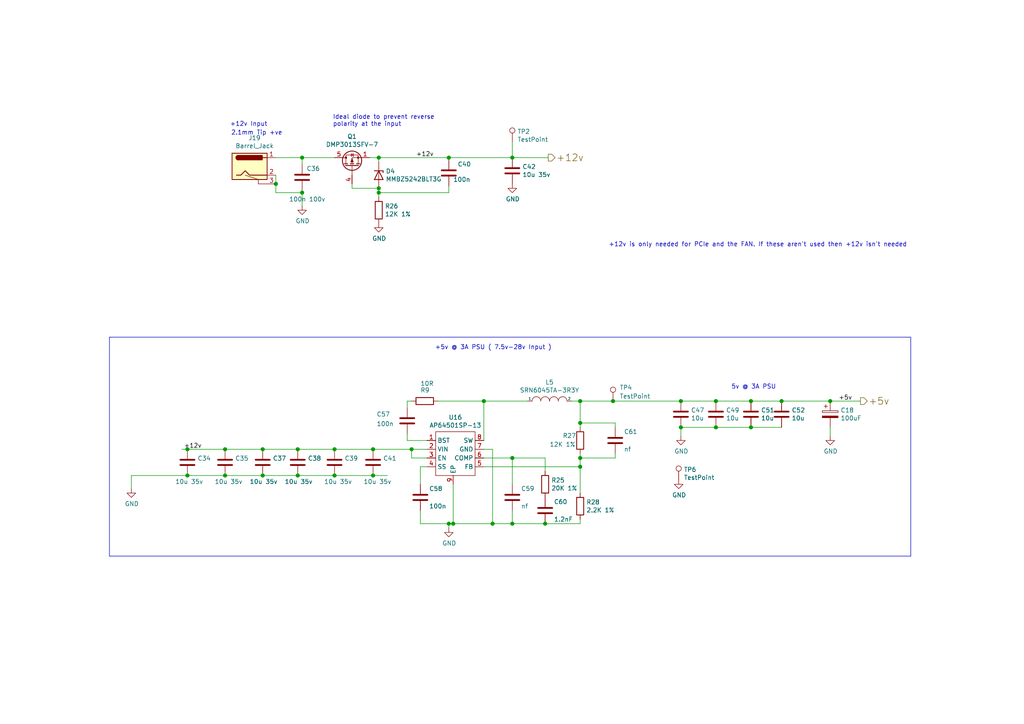
<source format=kicad_sch>
(kicad_sch (version 20230121) (generator eeschema)
  (paper "A4")
  (title_block (title "Compute Module 4 IO USB3 Board - PSUs") (company "Copyright © 2020-2022 Raspberry Pi Ltd (formerly Raspberry Pi (Trading) Ltd.)") (comment 1 "www.raspberrypi.com"))
  (lib_symbols
    (symbol "CM4IO:AP64351"
      (property "Reference" "U" (at 0 8.89 0))
      (property "Value" "AP64351" (at 1.27 6.35 0))
      (symbol "AP64351_0_1"
        (rectangle (start -5.08 5.08) (end 6.35 -7.62))
      )
      (symbol "AP64351_1_1"
        (pin passive line (at -7.62 2.54 0) (length 2.54) (name "BST") (number "1"))
        (pin power_in line (at -7.62 0 0) (length 2.54) (name "VIN") (number "2"))
        (pin input line (at -7.62 -2.54 0) (length 2.54) (name "EN") (number "3"))
        (pin input line (at -7.62 -5.08 0) (length 2.54) (name "SS") (number "4"))
        (pin input line (at 8.89 -5.08 180) (length 2.54) (name "FB") (number "5"))
        (pin input line (at 8.89 -2.54 180) (length 2.54) (name "COMP") (number "6"))
        (pin power_in line (at 8.89 0 180) (length 2.54) (name "GND") (number "7"))
        (pin output line (at 8.89 2.54 180) (length 2.54) (name "SW") (number "8"))
        (pin passive line (at 0 -10.16 90) (length 2.54) (name "EP") (number "9"))
      )
    )
    (symbol "CM4IO:Barrel_Jack"
      (property "Reference" "J" (at 0 5.334 0))
      (property "Value" "Barrel_Jack" (at 0 -5.08 0))
      (symbol "Barrel_Jack_0_1"
        (rectangle (start -5.08 3.81) (end 5.08 -3.81) (stroke (width 0.254)) (fill (type background)))
        (arc (start -3.302 3.175) (mid -3.9343 2.54) (end -3.302 1.905) (stroke (width 0.254)))
        (arc (start -3.302 3.175) (mid -3.9343 2.54) (end -3.302 1.905) (stroke (width 0.254)) (fill (type outline)))
        (polyline (pts (xy 5.08 2.54) (xy 3.81 2.54)) (stroke (width 0.254)))
        (polyline (pts (xy 5.08 -5.08) (xy 2.54 -5.08) (xy 2.54 -3.81) (xy -1.27 -2.54)))
        (polyline (pts (xy -3.81 -2.54) (xy -2.54 -2.54) (xy -1.27 -1.27) (xy 0 -2.54) (xy 2.54 -2.54) (xy 5.08 -2.54)) (stroke (width 0.254)))
        (rectangle (start 3.683 3.175) (end -3.302 1.905) (stroke (width 0.254)) (fill (type outline)))
      )
      (symbol "Barrel_Jack_1_1"
        (pin passive line (at 7.62 2.54 180) (length 2.54) (name "~") (number "1"))
        (pin passive line (at 7.62 -2.54 180) (length 2.54) (name "~") (number "2"))
        (pin passive line (at 7.62 -5.08 180) (length 2.54) (name "~") (number "3"))
      )
    )
    (symbol "Connector:TestPoint" (pin_numbers hide) (pin_names (offset 0.762) hide)
      (property "Reference" "TP" (at 0 6.858 0))
      (property "Value" "TestPoint" (at 0 5.08 0))
      (symbol "TestPoint_0_1"
        (circle (center 0 3.302) (radius 0.762))
      )
      (symbol "TestPoint_1_1"
        (pin passive line (at 0 0 90) (length 2.54) (name "1") (number "1"))
      )
    )
    (symbol "Device:C" (pin_numbers hide) (pin_names (offset 0.254))
      (property "Reference" "C" (at 0.635 2.54 0))
      (property "Value" "C" (at 0.635 -2.54 0))
      (symbol "C_0_1"
        (polyline (pts (xy -2.032 -0.762) (xy 2.032 -0.762)) (stroke (width 0.508)))
        (polyline (pts (xy -2.032 0.762) (xy 2.032 0.762)) (stroke (width 0.508)))
      )
      (symbol "C_1_1"
        (pin passive line (at 0 3.81 270) (length 2.794) (name "~") (number "1"))
        (pin passive line (at 0 -3.81 90) (length 2.794) (name "~") (number "2"))
      )
    )
    (symbol "Device:CP" (pin_numbers hide) (pin_names (offset 0.254))
      (property "Reference" "C" (at 0.635 2.54 0))
      (property "Value" "CP" (at 0.635 -2.54 0))
      (symbol "CP_0_1"
        (rectangle (start -2.286 0.508) (end 2.286 1.016))
        (polyline (pts (xy -1.778 2.286) (xy -0.762 2.286)))
        (polyline (pts (xy -1.27 2.794) (xy -1.27 1.778)))
        (rectangle (start 2.286 -0.508) (end -2.286 -1.016) (fill (type outline)))
      )
      (symbol "CP_1_1"
        (pin passive line (at 0 3.81 270) (length 2.794) (name "~") (number "1"))
        (pin passive line (at 0 -3.81 90) (length 2.794) (name "~") (number "2"))
      )
    )
    (symbol "Device:R" (pin_numbers hide) (pin_names (offset 0))
      (property "Reference" "R" (at 2.032 0 90))
      (property "Value" "R" (at 0 0 90))
      (symbol "R_0_1"
        (rectangle (start -1.016 -2.54) (end 1.016 2.54) (stroke (width 0.254)))
      )
      (symbol "R_1_1"
        (pin passive line (at 0 3.81 270) (length 1.27) (name "~") (number "1"))
        (pin passive line (at 0 -3.81 90) (length 1.27) (name "~") (number "2"))
      )
    )
    (symbol "Diode:BZX84Cxx" (pin_numbers hide) (pin_names hide)
      (property "Reference" "D" (at 0 2.54 0))
      (property "Value" "BZX84Cxx" (at 0 -2.54 0))
      (symbol "BZX84Cxx_0_1"
        (polyline (pts (xy 1.27 0) (xy -1.27 0)))
        (polyline (pts (xy -1.27 -1.27) (xy -1.27 1.27) (xy -0.762 1.27)) (stroke (width 0.254)))
        (polyline (pts (xy 1.27 -1.27) (xy 1.27 1.27) (xy -1.27 0) (xy 1.27 -1.27)) (stroke (width 0.254)))
      )
      (symbol "BZX84Cxx_1_1"
        (pin passive line (at -3.81 0 0) (length 2.54) (name "K") (number "1"))
        (pin passive line (at 3.81 0 180) (length 2.54) (name "A") (number "2"))
      )
    )
    (symbol "Transistor_FET:DMP3013SFV" (pin_names hide)
      (property "Reference" "Q" (at 5.08 1.905 0))
      (property "Value" "DMP3013SFV" (at 5.08 0 0))
      (symbol "DMP3013SFV_0_1"
        (polyline (pts (xy 0.254 0) (xy -2.54 0)))
        (polyline (pts (xy 0.254 1.905) (xy 0.254 -1.905)) (stroke (width 0.254)))
        (polyline (pts (xy 0.762 -1.27) (xy 0.762 -2.286)) (stroke (width 0.254)))
        (polyline (pts (xy 0.762 0.508) (xy 0.762 -0.508)) (stroke (width 0.254)))
        (polyline (pts (xy 0.762 2.286) (xy 0.762 1.27)) (stroke (width 0.254)))
        (polyline (pts (xy 2.54 2.54) (xy 2.54 1.778)))
        (polyline (pts (xy 2.54 -2.54) (xy 2.54 0) (xy 0.762 0)))
        (polyline (pts (xy 0.762 1.778) (xy 3.302 1.778) (xy 3.302 -1.778) (xy 0.762 -1.778)))
        (polyline (pts (xy 2.286 0) (xy 1.27 0.381) (xy 1.27 -0.381) (xy 2.286 0)) (fill (type outline)))
        (polyline (pts (xy 2.794 -0.508) (xy 2.921 -0.381) (xy 3.683 -0.381) (xy 3.81 -0.254)))
        (polyline (pts (xy 3.302 -0.381) (xy 2.921 0.254) (xy 3.683 0.254) (xy 3.302 -0.381)))
        (circle (center 1.651 0) (radius 2.794) (stroke (width 0.254)))
        (circle (center 2.54 -1.778) (radius 0.254) (fill (type outline)))
        (circle (center 2.54 1.778) (radius 0.254) (fill (type outline)))
      )
      (symbol "DMP3013SFV_1_1"
        (pin passive line (at 2.54 -5.08 90) (length 2.54) (name "S") (number "1"))
        (pin passive line (at 2.54 -5.08 90) (length 2.54) hide (name "S") (number "2"))
        (pin passive line (at 2.54 -5.08 90) (length 2.54) hide (name "S") (number "3"))
        (pin passive line (at -5.08 0 0) (length 2.54) (name "G") (number "4"))
        (pin passive line (at 2.54 5.08 270) (length 2.54) (name "D") (number "5"))
      )
    )
    (symbol "power:GND" (power) (pin_names (offset 0))
      (property "Value" "GND" (at 0 -3.81 0))
      (symbol "GND_0_1"
        (polyline (pts (xy 0 0) (xy 0 -1.27) (xy 1.27 -1.27) (xy 0 -2.54) (xy -1.27 -1.27) (xy 0 -1.27)))
      )
      (symbol "GND_1_1"
        (pin power_in line (at 0 0 270) (length 0) hide (name "GND") (number "1"))
      )
    )
    (symbol "pspice:INDUCTOR" (pin_numbers hide) (pin_names (offset 0))
      (property "Reference" "L" (at 0 2.54 0))
      (property "Value" "INDUCTOR" (at 0 -1.27 0))
      (symbol "INDUCTOR_0_1"
        (arc (start -2.54 0) (mid -3.81 1.2645) (end -5.08 0))
        (arc (start 0 0) (mid -1.27 1.2645) (end -2.54 0))
        (arc (start 2.54 0) (mid 1.27 1.2645) (end 0 0))
        (arc (start 5.08 0) (mid 3.81 1.2645) (end 2.54 0))
      )
      (symbol "INDUCTOR_1_1"
        (pin input line (at -6.35 0 0) (length 1.27) (name "1") (number "1"))
        (pin input line (at 6.35 0 180) (length 1.27) (name "2") (number "2"))
      )
    )
  )
  (junction (at 142.875 151.892) (diameter 1.016))
  (junction (at 54.356 130.302) (diameter 1.016))
  (junction (at 131.445 151.892) (diameter 1.016))
  (junction (at 87.63 55.88) (diameter 1.016))
  (junction (at 130.175 151.892) (diameter 1.016))
  (junction (at 86.36 137.922) (diameter 1.016))
  (junction (at 217.805 123.952) (diameter 1.016))
  (junction (at 97.028 130.302) (diameter 1.016))
  (junction (at 86.36 130.302) (diameter 1.016))
  (junction (at 240.792 116.332) (diameter 1.016))
  (junction (at 108.204 130.302) (diameter 1.016))
  (junction (at 168.275 122.682) (diameter 1.016))
  (junction (at 197.485 123.952) (diameter 1.016))
  (junction (at 226.695 116.332) (diameter 1.016))
  (junction (at 148.59 45.72) (diameter 1.016))
  (junction (at 177.8 116.332) (diameter 1.016))
  (junction (at 168.275 116.332) (diameter 1.016))
  (junction (at 109.855 54.61) (diameter 1.016))
  (junction (at 217.805 116.332) (diameter 1.016))
  (junction (at 168.275 132.842) (diameter 1.016))
  (junction (at 65.278 137.922) (diameter 1.016))
  (junction (at 168.275 135.382) (diameter 1.016))
  (junction (at 119.38 130.302) (diameter 1.016))
  (junction (at 87.63 45.72) (diameter 1.016))
  (junction (at 65.278 130.302) (diameter 1.016))
  (junction (at 148.59 132.842) (diameter 1.016))
  (junction (at 97.028 137.922) (diameter 1.016))
  (junction (at 207.645 123.952) (diameter 1.016))
  (junction (at 54.356 137.922) (diameter 1.016))
  (junction (at 197.485 116.332) (diameter 1.016))
  (junction (at 158.115 151.892) (diameter 1.016))
  (junction (at 80.01 53.34) (diameter 1.016))
  (junction (at 207.645 116.332) (diameter 1.016))
  (junction (at 76.2 137.922) (diameter 1.016))
  (junction (at 109.855 45.72) (diameter 1.016))
  (junction (at 109.855 55.88) (diameter 1.016))
  (junction (at 140.335 116.332) (diameter 1.016))
  (junction (at 108.204 137.922) (diameter 1.016))
  (junction (at 76.2 130.302) (diameter 1.016))
  (junction (at 148.59 151.892) (diameter 1.016))
  (junction (at 130.175 45.72) (diameter 1.016))
  (wire (pts (xy 131.445 151.892) (xy 142.875 151.892)))
  (wire (pts (xy 80.01 55.88) (xy 87.63 55.88)))
  (wire (pts (xy 142.875 151.892) (xy 148.59 151.892)))
  (wire (pts (xy 86.36 137.922) (xy 97.028 137.922)))
  (wire (pts (xy 178.435 132.842) (xy 178.435 131.572)))
  (wire (pts (xy 168.275 122.682) (xy 178.435 122.682)))
  (wire (pts (xy 197.485 116.332) (xy 207.645 116.332)))
  (wire (pts (xy 158.115 151.892) (xy 168.275 151.892)))
  (wire (pts (xy 121.92 135.382) (xy 121.92 140.462)))
  (wire (pts (xy 168.275 116.332) (xy 168.275 122.682)))
  (wire (pts (xy 87.63 55.88) (xy 87.63 59.69)))
  (wire (pts (xy 87.63 45.72) (xy 97.028 45.72)))
  (wire (pts (xy 65.278 130.302) (xy 76.2 130.302)))
  (wire (pts (xy 165.735 116.332) (xy 168.275 116.332)))
  (wire (pts (xy 118.11 125.857) (xy 118.11 127.762)))
  (wire (pts (xy 178.435 122.682) (xy 178.435 123.952)))
  (wire (pts (xy 80.01 45.72) (xy 87.63 45.72)))
  (polyline (pts (xy 264.16 97.79) (xy 264.16 161.29)) (stroke (width 0) (type solid)))
  (wire (pts (xy 197.485 123.952) (xy 197.485 126.492)))
  (wire (pts (xy 123.825 135.382) (xy 121.92 135.382)))
  (wire (pts (xy 148.59 132.842) (xy 148.59 140.462)))
  (wire (pts (xy 119.38 130.302) (xy 119.38 132.842)))
  (wire (pts (xy 109.855 55.88) (xy 130.175 55.88)))
  (wire (pts (xy 148.59 45.72) (xy 159.004 45.72)))
  (wire (pts (xy 102.108 53.34) (xy 102.108 54.61)))
  (wire (pts (xy 54.356 130.302) (xy 65.278 130.302)))
  (wire (pts (xy 109.855 45.72) (xy 130.175 45.72)))
  (polyline (pts (xy 31.75 97.79) (xy 31.75 161.29)) (stroke (width 0) (type solid)))
  (wire (pts (xy 140.335 130.302) (xy 142.875 130.302)))
  (wire (pts (xy 130.175 55.88) (xy 130.175 53.975)))
  (wire (pts (xy 130.175 151.892) (xy 131.445 151.892)))
  (wire (pts (xy 80.01 53.34) (xy 80.01 50.8)))
  (wire (pts (xy 240.792 123.952) (xy 240.792 126.492)))
  (wire (pts (xy 168.275 132.842) (xy 178.435 132.842)))
  (wire (pts (xy 148.59 148.082) (xy 148.59 151.892)))
  (wire (pts (xy 168.275 122.682) (xy 168.275 123.952)))
  (wire (pts (xy 118.11 118.237) (xy 118.11 116.332)))
  (wire (pts (xy 109.855 55.88) (xy 109.855 57.15)))
  (wire (pts (xy 80.01 55.88) (xy 80.01 53.34)))
  (wire (pts (xy 107.188 45.72) (xy 109.855 45.72)))
  (wire (pts (xy 148.59 151.892) (xy 158.115 151.892)))
  (wire (pts (xy 158.115 136.652) (xy 158.115 132.842)))
  (wire (pts (xy 65.278 137.922) (xy 76.2 137.922)))
  (wire (pts (xy 148.59 132.842) (xy 158.115 132.842)))
  (wire (pts (xy 118.11 116.332) (xy 119.38 116.332)))
  (wire (pts (xy 168.275 135.382) (xy 168.275 143.002)))
  (wire (pts (xy 76.2 130.302) (xy 86.36 130.302)))
  (wire (pts (xy 217.805 123.952) (xy 207.645 123.952)))
  (wire (pts (xy 130.175 45.72) (xy 148.59 45.72)))
  (wire (pts (xy 87.63 45.72) (xy 87.63 47.625)))
  (wire (pts (xy 207.645 123.952) (xy 197.485 123.952)))
  (wire (pts (xy 142.875 130.302) (xy 142.875 151.892)))
  (wire (pts (xy 109.855 45.72) (xy 109.855 46.99)))
  (wire (pts (xy 119.38 130.302) (xy 123.825 130.302)))
  (wire (pts (xy 130.175 45.72) (xy 130.175 46.355)))
  (wire (pts (xy 109.855 54.61) (xy 109.855 55.88)))
  (wire (pts (xy 140.335 132.842) (xy 148.59 132.842)))
  (wire (pts (xy 38.1 137.922) (xy 38.1 141.732)))
  (wire (pts (xy 140.335 135.382) (xy 168.275 135.382)))
  (wire (pts (xy 168.275 131.572) (xy 168.275 132.842)))
  (wire (pts (xy 108.204 130.302) (xy 119.38 130.302)))
  (wire (pts (xy 97.028 130.302) (xy 108.204 130.302)))
  (wire (pts (xy 121.92 151.892) (xy 130.175 151.892)))
  (wire (pts (xy 76.2 137.922) (xy 86.36 137.922)))
  (wire (pts (xy 127 116.332) (xy 140.335 116.332)))
  (wire (pts (xy 38.1 137.922) (xy 54.356 137.922)))
  (wire (pts (xy 102.108 54.61) (xy 109.855 54.61)))
  (wire (pts (xy 148.59 41.148) (xy 148.59 45.72)))
  (wire (pts (xy 226.695 123.952) (xy 217.805 123.952)))
  (wire (pts (xy 140.335 116.332) (xy 140.335 127.762)))
  (wire (pts (xy 207.645 116.332) (xy 217.805 116.332)))
  (wire (pts (xy 177.8 116.332) (xy 197.485 116.332)))
  (polyline (pts (xy 31.75 97.79) (xy 264.16 97.79)) (stroke (width 0) (type solid)))
  (wire (pts (xy 130.175 153.162) (xy 130.175 151.892)))
  (wire (pts (xy 226.695 116.332) (xy 240.792 116.332)))
  (wire (pts (xy 121.92 148.082) (xy 121.92 151.892)))
  (wire (pts (xy 97.028 137.922) (xy 108.204 137.922)))
  (wire (pts (xy 140.335 116.332) (xy 153.035 116.332)))
  (wire (pts (xy 87.63 55.245) (xy 87.63 55.88)))
  (wire (pts (xy 86.36 130.302) (xy 97.028 130.302)))
  (wire (pts (xy 131.445 140.462) (xy 131.445 151.892)))
  (wire (pts (xy 108.204 137.922) (xy 112.395 137.922)))
  (wire (pts (xy 168.275 132.842) (xy 168.275 135.382)))
  (wire (pts (xy 119.38 132.842) (xy 123.825 132.842)))
  (wire (pts (xy 54.356 137.922) (xy 65.278 137.922)))
  (wire (pts (xy 240.792 116.332) (xy 249.555 116.332)))
  (wire (pts (xy 168.275 151.892) (xy 168.275 150.622)))
  (wire (pts (xy 168.275 116.332) (xy 177.8 116.332)))
  (wire (pts (xy 118.11 127.762) (xy 123.825 127.762)))
  (wire (pts (xy 217.805 116.332) (xy 226.695 116.332)))
  (wire (pts (xy 52.705 130.302) (xy 54.356 130.302)))
  (polyline (pts (xy 264.16 161.29) (xy 31.75 161.29)) (stroke (width 0) (type solid)))
  (text "+5v @ 3A PSU ( 7.5v-28v Input )" (at 160.02 101.6 0) (effects (font (size 1.27 1.27)) (justify right bottom)))
  (text "+12v is only needed for PCIe and the FAN. If these aren't used then +12v isn't needed" (at 176.53 71.755 0) (effects (font (size 1.27 1.27)) (justify left bottom)))
  (text "Ideal diode to prevent reverse\npolarity at the input" (at 96.52 36.83 0) (effects (font (size 1.27 1.27)) (justify left bottom)))
  (text "+12v Input" (at 66.675 36.83 0) (effects (font (size 1.27 1.27)) (justify left bottom)))
  (text "2.1mm Tip +ve" (at 81.915 39.37 0) (effects (font (size 1.27 1.27)) (justify right bottom)))
  (text "5v @ 3A PSU\n" (at 212.09 113.03 0) (effects (font (size 1.27 1.27)) (justify left bottom)))
  (label "+12v" (at 53.34 130.302 0))
  (label "+5v" (at 243.205 116.332 0))
  (label "+12v" (at 120.65 45.72 0))
  (hierarchical_label "+12v" (shape output) (at 159.004 45.72 0) (effects (font (size 2.0066 2.0066))))
  (hierarchical_label "+5v" (shape output) (at 249.555 116.332 0) (effects (font (size 2.0066 2.0066))))
  (symbol (lib_id "power:GND") (at 148.59 53.34 0) (unit 1)
    (property "Reference" "#PWR043" (effects hide))
    (property "Value" "GND" (at 148.717 57.7342 0))
  )
  (symbol (lib_id "power:GND") (at 87.63 59.69 0) (unit 1)
    (property "Reference" "#PWR041" (effects hide))
    (property "Value" "GND" (at 87.757 64.0842 0))
  )
  (symbol (lib_id "Device:C") (at 197.485 120.142 0) (unit 1)
    (property "Reference" "C47" (at 200.406 118.9736 0) (effects (justify left)))
    (property "Value" "10u" (at 200.406 121.285 0) (effects (justify left)))
    (property "Footprint" "Capacitor_SMD:C_0805_2012Metric" (effects hide))
    (property "Datasheet" "https://search.murata.co.jp/Ceramy/image/img/A01X/G101/ENG/GRM21BR71A106KA73-01.pdf" (effects hide))
    (property "Field5" "490-14381-1-ND" (effects hide))
    (property "Field4" "Digikey" (effects hide))
    (property "Field6" "GRM21BR71A106KA73L" (effects hide))
    (property "Field7" "Murata" (effects hide))
    (property "Part Description" "	10uF 10% 10V Ceramic Capacitor X7R 0805 (2012 Metric)" (effects hide))
    (property "Field8" "111893011" (effects hide))
  )
  (symbol (lib_id "Device:C") (at 207.645 120.142 0) (unit 1)
    (property "Reference" "C49" (at 210.566 118.9736 0) (effects (justify left)))
    (property "Value" "10u" (at 210.566 121.285 0) (effects (justify left)))
    (property "Footprint" "Capacitor_SMD:C_0805_2012Metric" (effects hide))
    (property "Datasheet" "https://search.murata.co.jp/Ceramy/image/img/A01X/G101/ENG/GRM21BR71A106KA73-01.pdf" (effects hide))
    (property "Field5" "490-14381-1-ND" (effects hide))
    (property "Field4" "Digikey" (effects hide))
    (property "Field6" "GRM21BR71A106KA73L" (effects hide))
    (property "Field7" "Murata" (effects hide))
    (property "Part Description" "	10uF 10% 10V Ceramic Capacitor X7R 0805 (2012 Metric)" (effects hide))
    (property "Field8" "111893011" (effects hide))
  )
  (symbol (lib_id "Device:C") (at 217.805 120.142 0) (unit 1)
    (property "Reference" "C51" (at 220.726 118.9736 0) (effects (justify left)))
    (property "Value" "10u" (at 220.726 121.285 0) (effects (justify left)))
    (property "Footprint" "Capacitor_SMD:C_0805_2012Metric" (effects hide))
    (property "Datasheet" "https://search.murata.co.jp/Ceramy/image/img/A01X/G101/ENG/GRM21BR71A106KA73-01.pdf" (effects hide))
    (property "Field5" "490-14381-1-ND" (effects hide))
    (property "Field4" "Digikey" (effects hide))
    (property "Field6" "GRM21BR71A106KA73L" (effects hide))
    (property "Field7" "Murata" (effects hide))
    (property "Part Description" "	10uF 10% 10V Ceramic Capacitor X7R 0805 (2012 Metric)" (effects hide))
    (property "Field8" "111893011" (effects hide))
  )
  (symbol (lib_id "Device:C") (at 226.695 120.142 0) (unit 1)
    (property "Reference" "C52" (at 229.616 118.9736 0) (effects (justify left)))
    (property "Value" "10u" (at 229.616 121.285 0) (effects (justify left)))
    (property "Footprint" "Capacitor_SMD:C_0805_2012Metric" (effects hide))
    (property "Datasheet" "https://search.murata.co.jp/Ceramy/image/img/A01X/G101/ENG/GRM21BR71A106KA73-01.pdf" (effects hide))
    (property "Field5" "490-14381-1-ND" (effects hide))
    (property "Field4" "Digikey" (effects hide))
    (property "Field6" "GRM21BR71A106KA73L" (effects hide))
    (property "Field7" "Murata" (effects hide))
    (property "Part Description" "	10uF 10% 10V Ceramic Capacitor X7R 0805 (2012 Metric)" (effects hide))
    (property "Field8" "111893011" (effects hide))
  )
  (symbol (lib_id "Device:C") (at 87.63 51.435 0) (unit 1)
    (property "Reference" "C36" (at 88.9 48.895 0) (effects (justify left)))
    (property "Value" "100n 100v" (at 83.82 57.785 0) (effects (justify left)))
    (property "Footprint" "Capacitor_SMD:C_0402_1005Metric" (effects hide))
    (property "Datasheet" "https://psearch.en.murata.com/capacitor/product/GRM155R62A104KE14%23.pdf" (effects hide))
    (property "Field4" "Farnell" (effects hide))
    (property "Field5" "2611907" (effects hide))
    (property "Field6" "GRM155R62A104KE14D" (effects hide))
    (property "Field7" "Murata" (effects hide))
    (property "Part Description" "	0.1uF 10% 100V Ceramic Capacitor X5R 0402 (1005 Metric)" (effects hide))
  )
  (symbol (lib_id "power:GND") (at 109.855 64.77 0) (unit 1)
    (property "Reference" "#PWR042" (effects hide))
    (property "Value" "GND" (at 109.982 69.1642 0))
  )
  (symbol (lib_id "CM4IO:Barrel_Jack") (at 72.39 48.26 0) (unit 1)
    (property "Reference" "J19" (at 73.8378 40.005 0))
    (property "Value" "Barrel_Jack" (at 73.8378 42.3164 0))
    (property "Footprint" "CM4IO:BarrelJack_Horizontal" (effects hide))
    (property "Datasheet" "https://www.toby.co.uk/uploads/publications/842.pdf" (effects hide))
    (property "Field4" "Toby" (effects hide))
    (property "Field5" "DC-001-A-2.1mm-R" (effects hide))
    (property "Part Description" "DC Power Connectors PCB 2.1MM" (effects hide))
    (property "Field6" "DC-001-A-2.1mm-R" (effects hide))
    (property "Field7" "Valcon" (effects hide))
  )
  (symbol (lib_id "Diode:BZX84Cxx") (at 109.855 50.8 270) (unit 1)
    (property "Reference" "D4" (at 111.887 49.657 90) (effects (justify left)))
    (property "Value" "MMBZ5242BLT3G" (at 111.887 51.943 90) (effects (justify left)))
    (property "Footprint" "Diode_SMD:D_SOT-23_ANK" (effects hide))
    (property "Datasheet" "https://diotec.com/tl_files/diotec/files/pdf/datasheets/bzx84c2v4.pdf" (effects hide))
    (property "Field4" "Digikey" (effects hide))
    (property "Field5" "	MMBZ5242BLT3GOSCT-ND" (effects hide))
    (property "Field6" "MMBZ5242BLT3G" (effects hide))
    (property "Field7" "Onsemi" (effects hide))
    (property "Part Description" "	Zener Diode 12V 225mW 5% Surface Mount SOT-23-3 (TO-236)" (effects hide))
  )
  (symbol (lib_id "Device:R") (at 109.855 60.96 0) (unit 1)
    (property "Reference" "R26" (at 111.633 59.7916 0) (effects (justify left)))
    (property "Value" "12K 1%" (at 111.633 62.103 0) (effects (justify left)))
    (property "Footprint" "Resistor_SMD:R_0402_1005Metric" (effects hide))
    (property "Datasheet" "https://fscdn.rohm.com/en/products/databook/datasheet/passive/resistor/chip_resistor/mcr-e.pdf" (effects hide))
    (property "Field4" "Farnell" (effects hide))
    (property "Field5" "9239367" (effects hide))
    (property "Field7" "Rohm" (effects hide))
    (property "Field6" "MCR01MZPF1202" (effects hide))
    (property "Part Description" "Resistor 12K M1005 1% 63mW" (effects hide))
  )
  (symbol (lib_id "Device:C") (at 130.175 50.165 0) (unit 1)
    (property "Reference" "C40" (at 132.715 47.625 0) (effects (justify left)))
    (property "Value" "100n" (at 131.445 52.07 0) (effects (justify left)))
    (property "Footprint" "Capacitor_SMD:C_0402_1005Metric" (effects hide))
    (property "Datasheet" "https://search.murata.co.jp/Ceramy/image/img/A01X/G101/ENG/GRM155R71C104KA88-01.pdf" (effects hide))
    (property "Field4" "Farnell" (effects hide))
    (property "Field5" "2611911" (effects hide))
    (property "Field6" "RM EMK105 B7104KV-F" (effects hide))
    (property "Field7" "TAIYO YUDEN EUROPE GMBH" (effects hide))
    (property "Part Description" "	0.1uF 10% 16V Ceramic Capacitor X7R 0402 (1005 Metric)" (effects hide))
    (property "Field8" "110091611" (effects hide))
  )
  (symbol (lib_id "power:GND") (at 197.485 126.492 0) (unit 1)
    (property "Reference" "#PWR0118" (effects hide))
    (property "Value" "GND" (at 197.612 130.8862 0))
  )
  (symbol (lib_id "Device:C") (at 118.11 122.047 0) (unit 1)
    (property "Reference" "C57" (at 109.22 120.142 0) (effects (justify left)))
    (property "Value" "100n" (at 109.22 122.936 0) (effects (justify left)))
    (property "Footprint" "Capacitor_SMD:C_0402_1005Metric" (effects hide))
    (property "Datasheet" "https://search.murata.co.jp/Ceramy/image/img/A01X/G101/ENG/GRM155R71C104KA88-01.pdf" (effects hide))
    (property "Field4" "Farnell" (effects hide))
    (property "Field5" "2611911" (effects hide))
    (property "Field6" "RM EMK105 B7104KV-F" (effects hide))
    (property "Field7" "TAIYO YUDEN EUROPE GMBH" (effects hide))
    (property "Part Description" "	0.1uF 10% 16V Ceramic Capacitor X7R 0402 (1005 Metric)" (effects hide))
    (property "Field8" "110091611" (effects hide))
  )
  (symbol (lib_id "Device:R") (at 123.19 116.332 270) (unit 1)
    (property "Reference" "R9" (at 121.92 113.157 90) (effects (justify left)))
    (property "Value" "10R" (at 121.92 111.252 90) (effects (justify left)))
    (property "Footprint" "Resistor_SMD:R_0402_1005Metric" (effects hide))
    (property "Datasheet" "https://fscdn.rohm.com/en/products/databook/datasheet/passive/resistor/chip_resistor/mcr-e.pdf" (effects hide))
    (property "Field4" "Farnell" (effects hide))
    (property "Field5" "9238999" (effects hide))
    (property "Field7" "Yageo" (effects hide))
    (property "Field6" "RC0402FR-0710RL" (effects hide))
    (property "Field8" "URES00256" (effects hide))
    (property "Part Description" "Resistor 10R M1005 1% 63mW" (effects hide))
  )
  (symbol (lib_id "Device:C") (at 178.435 127.762 0) (unit 1)
    (property "Reference" "C61" (at 180.975 125.222 0) (effects (justify left)))
    (property "Value" "nf" (at 180.975 130.302 0) (effects (justify left)))
    (property "Footprint" "Capacitor_SMD:C_0402_1005Metric" (effects hide))
    (property "Datasheet" "http://www.farnell.com/datasheets/2048267.pdf?_ga=2.222777691.1738794919.1588350964-1787849031.1568210898&_gac=1.250356018.1588350964.EAIaIQobChMIgrHHs4yT6QIVxevtCh39TA_nEAAYASAAEgK8PfD_BwE" (effects hide))
    (property "Field4" "Farnell" (effects hide))
    (property "Field5" "2666374" (effects hide))
    (property "Field6" "GRM1555C1H221JA01D" (effects hide))
    (property "Field7" "Murata" (effects hide))
    (property "Part Description" "220 pF, 50 V, 0402 [1005 Metric], ± 5%, C0G / NP0/CH, GCM Series" (effects hide))
  )
  (symbol (lib_id "Device:R") (at 168.275 127.762 0) (unit 1)
    (property "Reference" "R27" (at 163.195 126.365 0) (effects (justify left)))
    (property "Value" "12K 1%" (at 159.385 128.905 0) (effects (justify left)))
    (property "Footprint" "Resistor_SMD:R_0402_1005Metric" (effects hide))
    (property "Datasheet" "https://fscdn.rohm.com/en/products/databook/datasheet/passive/resistor/chip_resistor/mcr-e.pdf" (effects hide))
    (property "Field4" "Farnell" (effects hide))
    (property "Field5" "9239367" (effects hide))
    (property "Field7" "Rohm" (effects hide))
    (property "Field6" "MCR01MZPF1202" (effects hide))
    (property "Part Description" "Resistor 12K M1005 1% 63mW" (effects hide))
  )
  (symbol (lib_id "pspice:INDUCTOR") (at 159.385 116.332 0) (unit 1)
    (property "Reference" "L5" (at 159.385 110.871 0))
    (property "Value" "SRN6045TA-3R3Y" (at 159.385 113.1824 0))
    (property "Footprint" "Inductor_SMD:L_Bourns_SRN6045TA" (effects hide))
    (property "Datasheet" "https://www.bourns.com/docs/Product-Datasheets/SRN6045TA.pdf" (effects hide))
    (property "Field4" "Farnell" (effects hide))
    (property "Field5" "2616889" (effects hide))
    (property "Field6" "SRN6045TA-3R3Y" (effects hide))
    (property "Field7" "Bourns" (effects hide))
    (property "Part Description" "3.3µH Semi-Shielded Wirewound Inductor 7.8A 21mOhm Nonstandard" (effects hide))
  )
  (symbol (lib_id "Device:C") (at 158.115 148.082 0) (unit 1)
    (property "Reference" "C60" (at 160.655 145.542 0) (effects (justify left)))
    (property "Value" "1.2nF" (at 160.655 150.622 0) (effects (justify left)))
    (property "Footprint" "Capacitor_SMD:C_0402_1005Metric" (effects hide))
    (property "Datasheet" "http://www.farnell.com/datasheets/2734135.pdf?_ga=2.259347658.1738794919.1588350964-1787849031.1568210898&_gac=1.15394434.1588350964.EAIaIQobChMIgrHHs4yT6QIVxevtCh39TA_nEAAYASAAEgK8PfD_BwE" (effects hide))
    (property "Field4" "Digikey" (effects hide))
    (property "Field5" "490-16429-1-ND" (effects hide))
    (property "Field6" "GCM155R71H122KA37D" (effects hide))
    (property "Field7" "Murata" (effects hide))
    (property "Part Description" "1200pF 10% 10V Ceramic Capacitor X5R 0402 (1005 Metric)" (effects hide))
  )
  (symbol (lib_id "Device:C") (at 148.59 144.272 0) (unit 1)
    (property "Reference" "C59" (at 151.13 141.732 0) (effects (justify left)))
    (property "Value" "nf" (at 151.13 146.812 0) (effects (justify left)))
    (property "Footprint" "Capacitor_SMD:C_0402_1005Metric" (effects hide))
  )
  (symbol (lib_id "CM4IO:AP64351") (at 131.445 130.302 0) (unit 1)
    (property "Reference" "U16" (at 132.08 121.0564 0))
    (property "Value" "AP64501SP-13" (at 132.08 123.3678 0))
    (property "Footprint" "Package_SO:SOIC-8-1EP_3.9x4.9mm_P1.27mm_EP2.95x4.9mm_Mask2.71x3.4mm_ThermalVias" (effects hide))
    (property "Datasheet" "https://www.diodes.com/assets/Datasheets/AP64501.pdf" (effects hide))
    (property "Field4" "Digikey" (effects hide))
    (property "Field5" "31-AP64501SP-13CT-ND" (effects hide))
    (property "Field6" "AP64501SP-13" (effects hide))
    (property "Field7" "Diodes" (effects hide))
    (property "Part Description" "Buck Switching Regulator IC Positive Adjustable 0.8V 1 Output 5A 8-SOIC (0.154\", 3.90mm Width) Exposed Pad" (effects hide))
  )
  (symbol (lib_id "Device:C") (at 121.92 144.272 0) (unit 1)
    (property "Reference" "C58" (at 124.46 141.732 0) (effects (justify left)))
    (property "Value" "100n" (at 124.46 146.812 0) (effects (justify left)))
    (property "Footprint" "Capacitor_SMD:C_0402_1005Metric" (effects hide))
    (property "Datasheet" "https://search.murata.co.jp/Ceramy/image/img/A01X/G101/ENG/GRM155R71C104KA88-01.pdf" (effects hide))
    (property "Field4" "Farnell" (effects hide))
    (property "Field5" "2611911" (effects hide))
    (property "Field6" "RM EMK105 B7104KV-F" (effects hide))
    (property "Field7" "TAIYO YUDEN EUROPE GMBH" (effects hide))
    (property "Part Description" "	0.1uF 10% 16V Ceramic Capacitor X7R 0402 (1005 Metric)" (effects hide))
    (property "Field8" "110091611" (effects hide))
  )
  (symbol (lib_id "power:GND") (at 130.175 153.162 0) (unit 1)
    (property "Reference" "#PWR0119" (effects hide))
    (property "Value" "GND" (at 130.302 157.5562 0))
  )
  (symbol (lib_id "Device:R") (at 168.275 146.812 0) (unit 1)
    (property "Reference" "R28" (at 170.053 145.6436 0) (effects (justify left)))
    (property "Value" "2.2K 1%" (at 170.053 147.955 0) (effects (justify left)))
    (property "Footprint" "Resistor_SMD:R_0402_1005Metric" (effects hide))
    (property "Datasheet" "https://fscdn.rohm.com/en/products/databook/datasheet/passive/resistor/chip_resistor/mcr-e.pdf" (effects hide))
    (property "Field4" "Farnell" (effects hide))
    (property "Field5" "9239278" (effects hide))
    (property "Field6" "RK73G1ETQTP2201D         " (effects hide))
    (property "Field7" "KOA EUROPE GMBH" (effects hide))
    (property "Part Description" "Resistor 2.2K M1005 1% 63mW" (effects hide))
    (property "Field8" "120889581" (effects hide))
  )
  (symbol (lib_id "Device:R") (at 158.115 140.462 0) (unit 1)
    (property "Reference" "R25" (at 159.893 139.2936 0) (effects (justify left)))
    (property "Value" "20K 1%" (at 159.893 141.605 0) (effects (justify left)))
    (property "Footprint" "Resistor_SMD:R_0402_1005Metric" (effects hide))
    (property "Datasheet" "https://fscdn.rohm.com/en/products/databook/datasheet/passive/resistor/chip_resistor/mcr-e.pdf" (effects hide))
    (property "Field4" "Farnell" (effects hide))
    (property "Field5" "2331485" (effects hide))
    (property "Field7" "KOA EUROPE GMBH" (effects hide))
    (property "Field6" "RK73H1ETTP2002F" (effects hide))
    (property "Part Description" "Resistor 20K M1005 1% 63mW" (effects hide))
  )
  (symbol (lib_id "power:GND") (at 38.1 141.732 0) (unit 1)
    (property "Reference" "#PWR0120" (effects hide))
    (property "Value" "GND" (at 38.227 146.1262 0))
  )
  (symbol (lib_id "Connector:TestPoint") (at 148.59 41.148 0) (unit 1)
    (property "Reference" "TP2" (at 150.0632 38.1508 0) (effects (justify left)))
    (property "Value" "TestPoint" (at 150.0632 40.4622 0) (effects (justify left)))
    (property "Footprint" "TestPoint:TestPoint_Pad_2.0x2.0mm" (effects hide))
    (property "Field4" "nf" (effects hide))
    (property "Field5" "nf" (effects hide))
    (property "Field6" "nf" (effects hide))
    (property "Field7" "nf" (effects hide))
  )
  (symbol (lib_id "Connector:TestPoint") (at 196.85 139.192 0) (unit 1)
    (property "Reference" "TP6" (at 198.3232 136.1948 0) (effects (justify left)))
    (property "Value" "TestPoint" (at 198.3232 138.5062 0) (effects (justify left)))
    (property "Footprint" "TestPoint:TestPoint_Pad_2.0x2.0mm" (effects hide))
    (property "Field4" "nf" (effects hide))
    (property "Field5" "nf" (effects hide))
    (property "Field6" "nf" (effects hide))
    (property "Field7" "nf" (effects hide))
  )
  (symbol (lib_id "power:GND") (at 196.85 139.192 0) (unit 1)
    (property "Reference" "#PWR0122" (effects hide))
    (property "Value" "GND" (at 196.977 143.5862 0))
  )
  (symbol (lib_id "Transistor_FET:DMP3013SFV") (at 102.108 48.26 90) (unit 1)
    (property "Reference" "Q1" (at 102.108 39.5986 90))
    (property "Value" "DMP3013SFV-7" (at 102.108 41.91 90))
    (property "Footprint" "Package_SON:Diodes_PowerDI3333-8" (effects hide))
    (property "Datasheet" "https://www.diodes.com/assets/Datasheets/DMP3013SFV.pdf" (effects hide))
    (property "Field4" "Farnell" (effects hide))
    (property "Field5" "3405192" (effects hide))
    (property "Field6" "DMP3013SFV-7" (effects hide))
    (property "Field7" "Diodes" (effects hide))
    (property "Part Description" "DMP3013SFV-7 -  Power MOSFET, P Channel, 30 V, 12 A, 0.008 ohm, PowerDI3333, Surface Mount" (effects hide))
  )
  (symbol (lib_id "power:GND") (at 240.792 126.492 0) (unit 1)
    (property "Reference" "#PWR02" (effects hide))
    (property "Value" "GND" (at 240.919 130.8862 0))
  )
  (symbol (lib_id "Device:C") (at 108.204 134.112 0) (unit 1)
    (property "Reference" "C41" (at 111.125 132.9436 0) (effects (justify left)))
    (property "Value" "10u 35v" (at 105.41 139.7 0) (effects (justify left)))
    (property "Footprint" "Capacitor_SMD:C_0805_2012Metric" (effects hide))
    (property "Datasheet" "https://www.murata.com/en-global/products/productdetail.aspx?partno=GRM21BC8YA106ME11%23" (effects hide))
    (property "Field5" "490-10505-1-ND" (effects hide))
    (property "Field4" "Digikey" (effects hide))
    (property "Field6" "GRM21BC8YA106KE11L " (effects hide))
    (property "Field7" "Murata" (effects hide))
    (property "Part Description" "	10uF 10% or 20% 35V Ceramic Capacitor X6S 0805 (2012 Metric)" (effects hide))
  )
  (symbol (lib_id "Device:C") (at 97.028 134.112 0) (unit 1)
    (property "Reference" "C39" (at 99.949 132.9436 0) (effects (justify left)))
    (property "Value" "10u 35v" (at 93.98 139.7 0) (effects (justify left)))
    (property "Footprint" "Capacitor_SMD:C_0805_2012Metric" (effects hide))
    (property "Datasheet" "https://www.murata.com/en-global/products/productdetail.aspx?partno=GRM21BC8YA106ME11%23" (effects hide))
    (property "Field5" "490-10505-1-ND" (effects hide))
    (property "Field4" "Digikey" (effects hide))
    (property "Field6" "GRM21BC8YA106KE11L " (effects hide))
    (property "Field7" "Murata" (effects hide))
    (property "Part Description" "	10uF 10% or 20% 35V Ceramic Capacitor X6S 0805 (2012 Metric)" (effects hide))
  )
  (symbol (lib_id "Device:C") (at 86.36 134.112 0) (unit 1)
    (property "Reference" "C38" (at 89.281 132.9436 0) (effects (justify left)))
    (property "Value" "10u 35v" (at 82.55 139.7 0) (effects (justify left)))
    (property "Footprint" "Capacitor_SMD:C_0805_2012Metric" (effects hide))
    (property "Datasheet" "https://www.murata.com/en-global/products/productdetail.aspx?partno=GRM21BC8YA106ME11%23" (effects hide))
    (property "Field5" "490-10505-1-ND" (effects hide))
    (property "Field4" "Digikey" (effects hide))
    (property "Field6" "GRM21BC8YA106KE11L " (effects hide))
    (property "Field7" "Murata" (effects hide))
    (property "Part Description" "	10uF 10% or 20% 35V Ceramic Capacitor X6S 0805 (2012 Metric)" (effects hide))
  )
  (symbol (lib_id "Device:C") (at 76.2 134.112 0) (unit 1)
    (property "Reference" "C37" (at 79.121 132.9436 0) (effects (justify left)))
    (property "Value" "10u 35v" (at 72.39 139.7 0) (effects (justify left)))
    (property "Footprint" "Capacitor_SMD:C_0805_2012Metric" (effects hide))
    (property "Datasheet" "https://www.murata.com/en-global/products/productdetail.aspx?partno=GRM21BC8YA106ME11%23" (effects hide))
    (property "Field5" "490-10505-1-ND" (effects hide))
    (property "Field4" "Digikey" (effects hide))
    (property "Field6" "GRM21BC8YA106KE11L " (effects hide))
    (property "Field7" "Murata" (effects hide))
    (property "Part Description" "	10uF 10% or 20% 35V Ceramic Capacitor X6S 0805 (2012 Metric)" (effects hide))
  )
  (symbol (lib_id "Device:C") (at 65.278 134.112 0) (unit 1)
    (property "Reference" "C35" (at 68.199 132.9436 0) (effects (justify left)))
    (property "Value" "10u 35v" (at 62.23 139.7 0) (effects (justify left)))
    (property "Footprint" "Capacitor_SMD:C_0805_2012Metric" (effects hide))
    (property "Datasheet" "https://www.murata.com/en-global/products/productdetail.aspx?partno=GRM21BC8YA106ME11%23" (effects hide))
    (property "Field5" "490-10505-1-ND" (effects hide))
    (property "Field4" "Digikey" (effects hide))
    (property "Field6" "GRM21BC8YA106KE11L " (effects hide))
    (property "Field7" "Murata" (effects hide))
    (property "Part Description" "	10uF 10% or 20% 35V Ceramic Capacitor X6S 0805 (2012 Metric)" (effects hide))
  )
  (symbol (lib_id "Device:C") (at 54.356 134.112 0) (unit 1)
    (property "Reference" "C34" (at 57.277 132.9436 0) (effects (justify left)))
    (property "Value" "10u 35v" (at 50.8 139.7 0) (effects (justify left)))
    (property "Footprint" "Capacitor_SMD:C_0805_2012Metric" (effects hide))
    (property "Datasheet" "https://www.murata.com/en-global/products/productdetail.aspx?partno=GRM21BC8YA106ME11%23" (effects hide))
    (property "Field5" "490-10505-1-ND" (effects hide))
    (property "Field4" "Digikey" (effects hide))
    (property "Field6" "GRM21BC8YA106KE11L " (effects hide))
    (property "Field7" "Murata" (effects hide))
    (property "Part Description" "	10uF 10% or 20% 35V Ceramic Capacitor X6S 0805 (2012 Metric)" (effects hide))
  )
  (symbol (lib_id "Device:C") (at 148.59 49.53 0) (unit 1)
    (property "Reference" "C42" (at 151.511 48.3616 0) (effects (justify left)))
    (property "Value" "10u 35v" (at 151.511 50.673 0) (effects (justify left)))
    (property "Footprint" "Capacitor_SMD:C_0805_2012Metric" (effects hide))
    (property "Datasheet" "https://www.murata.com/en-global/products/productdetail.aspx?partno=GRM21BC8YA106ME11%23" (effects hide))
    (property "Field5" "490-10505-1-ND" (effects hide))
    (property "Field4" "Digikey" (effects hide))
    (property "Field6" "GRM21BC8YA106KE11L " (effects hide))
    (property "Field7" "Murata" (effects hide))
    (property "Part Description" "	10uF 10% or 20% 35V Ceramic Capacitor X6S 0805 (2012 Metric)" (effects hide))
  )
  (symbol (lib_id "Device:CP") (at 240.792 120.142 0) (unit 1)
    (property "Reference" "C18" (at 243.7892 118.999 0) (effects (justify left)))
    (property "Value" "100uF" (at 243.7892 121.285 0) (effects (justify left)))
    (property "Footprint" "Capacitor_Tantalum_SMD:CP_EIA-7343-31_Kemet-D" (effects hide))
    (property "Field4" "Mouser" (effects hide))
    (property "Field5" "667-EEF-CX0J101R" (effects hide))
    (property "Part Description" "Capacitor, SP-Cap, 100u, 6.3V, 15mR ESR" (effects hide))
  )
  (symbol (lib_id "Connector:TestPoint") (at 177.8 116.332 0) (unit 1)
    (property "Reference" "TP4" (at 179.705 112.395 0) (effects (justify left)))
    (property "Value" "TestPoint" (at 179.705 114.935 0) (effects (justify left)))
    (property "Footprint" "TestPoint:TestPoint_Pad_2.0x2.0mm" (effects hide))
    (property "Field4" "nf" (effects hide))
    (property "Field5" "nf" (effects hide))
    (property "Field6" "nf" (effects hide))
    (property "Field7" "nf" (effects hide))
  )
)
</source>
